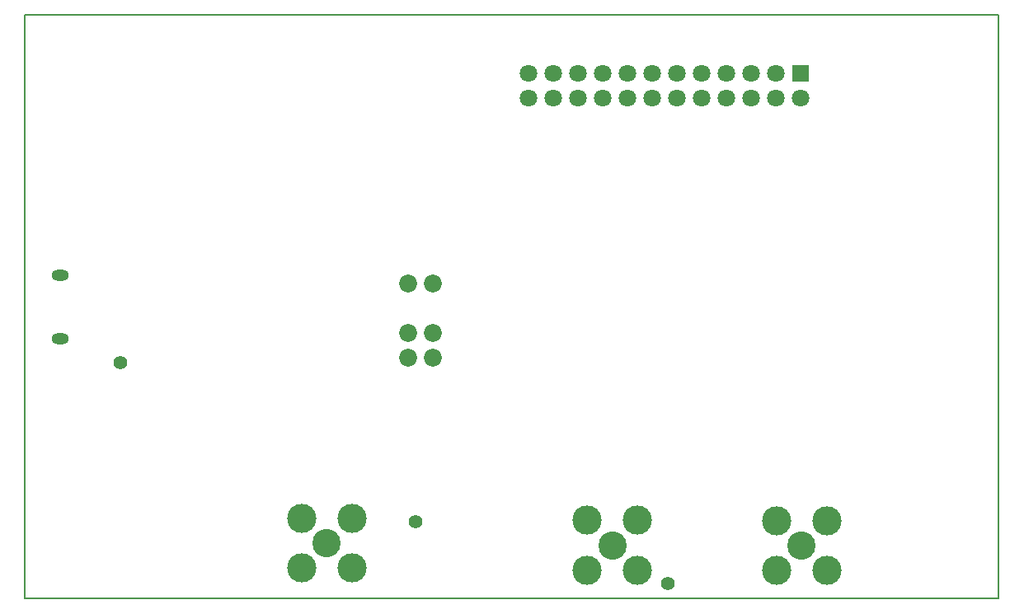
<source format=gbs>
G04 Layer_Color=16711935*
%FSLAX44Y44*%
%MOMM*%
G71*
G01*
G75*
%ADD47C,0.1270*%
%ADD95C,2.9032*%
%ADD96C,3.0032*%
%ADD97C,1.8034*%
%ADD98R,1.8034X1.8034*%
%ADD99O,1.8032X1.1032*%
%ADD100C,1.8432*%
%ADD101C,1.4032*%
D47*
X0Y0D02*
Y600000D01*
X1000000D01*
Y0D02*
Y600000D01*
X0Y0D02*
X1000000D01*
D95*
X309880Y57150D02*
D03*
X797493Y54610D02*
D03*
X603250Y54917D02*
D03*
D96*
X284130Y31400D02*
D03*
X335630D02*
D03*
X284130Y82900D02*
D03*
X335630D02*
D03*
X771743Y28860D02*
D03*
X823243D02*
D03*
X771743Y80360D02*
D03*
X823243D02*
D03*
X629000Y80667D02*
D03*
X577500D02*
D03*
X629000Y29167D02*
D03*
X577500D02*
D03*
D97*
X567690Y514350D02*
D03*
Y539750D02*
D03*
X593090Y514350D02*
D03*
Y539750D02*
D03*
X618490Y514350D02*
D03*
Y539750D02*
D03*
X643890Y514350D02*
D03*
Y539750D02*
D03*
X669290Y514350D02*
D03*
Y539750D02*
D03*
X694690Y514350D02*
D03*
Y539750D02*
D03*
X720090Y514350D02*
D03*
Y539750D02*
D03*
X745490Y514350D02*
D03*
Y539750D02*
D03*
X770890Y514350D02*
D03*
Y539750D02*
D03*
X796290Y514350D02*
D03*
X516890D02*
D03*
Y539750D02*
D03*
X542290Y514350D02*
D03*
Y539750D02*
D03*
D98*
X796290D02*
D03*
D99*
X36155Y266720D02*
D03*
Y332720D02*
D03*
D100*
X393700Y323850D02*
D03*
X419100D02*
D03*
X393700Y247650D02*
D03*
X419100D02*
D03*
Y273050D02*
D03*
X393700D02*
D03*
D101*
X97790Y242570D02*
D03*
X401320Y78740D02*
D03*
X660400Y15240D02*
D03*
M02*

</source>
